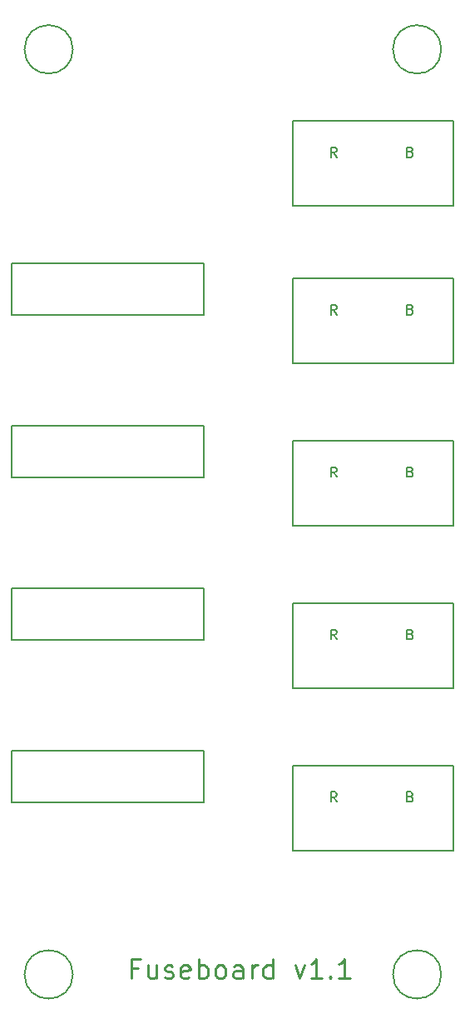
<source format=gbr>
G04 #@! TF.GenerationSoftware,KiCad,Pcbnew,5.1.5-52549c5~84~ubuntu18.04.1*
G04 #@! TF.CreationDate,2020-02-24T22:59:15-07:00*
G04 #@! TF.ProjectId,anderson_fuse_board,616e6465-7273-46f6-9e5f-667573655f62,rev?*
G04 #@! TF.SameCoordinates,Original*
G04 #@! TF.FileFunction,Legend,Top*
G04 #@! TF.FilePolarity,Positive*
%FSLAX46Y46*%
G04 Gerber Fmt 4.6, Leading zero omitted, Abs format (unit mm)*
G04 Created by KiCad (PCBNEW 5.1.5-52549c5~84~ubuntu18.04.1) date 2020-02-24 22:59:15*
%MOMM*%
%LPD*%
G04 APERTURE LIST*
%ADD10C,0.250000*%
%ADD11C,0.150000*%
%ADD12C,0.200000*%
G04 APERTURE END LIST*
D10*
X88071428Y-153357142D02*
X87404761Y-153357142D01*
X87404761Y-154404761D02*
X87404761Y-152404761D01*
X88357142Y-152404761D01*
X89976190Y-153071428D02*
X89976190Y-154404761D01*
X89119047Y-153071428D02*
X89119047Y-154119047D01*
X89214285Y-154309523D01*
X89404761Y-154404761D01*
X89690476Y-154404761D01*
X89880952Y-154309523D01*
X89976190Y-154214285D01*
X90833333Y-154309523D02*
X91023809Y-154404761D01*
X91404761Y-154404761D01*
X91595238Y-154309523D01*
X91690476Y-154119047D01*
X91690476Y-154023809D01*
X91595238Y-153833333D01*
X91404761Y-153738095D01*
X91119047Y-153738095D01*
X90928571Y-153642857D01*
X90833333Y-153452380D01*
X90833333Y-153357142D01*
X90928571Y-153166666D01*
X91119047Y-153071428D01*
X91404761Y-153071428D01*
X91595238Y-153166666D01*
X93309523Y-154309523D02*
X93119047Y-154404761D01*
X92738095Y-154404761D01*
X92547619Y-154309523D01*
X92452380Y-154119047D01*
X92452380Y-153357142D01*
X92547619Y-153166666D01*
X92738095Y-153071428D01*
X93119047Y-153071428D01*
X93309523Y-153166666D01*
X93404761Y-153357142D01*
X93404761Y-153547619D01*
X92452380Y-153738095D01*
X94261904Y-154404761D02*
X94261904Y-152404761D01*
X94261904Y-153166666D02*
X94452380Y-153071428D01*
X94833333Y-153071428D01*
X95023809Y-153166666D01*
X95119047Y-153261904D01*
X95214285Y-153452380D01*
X95214285Y-154023809D01*
X95119047Y-154214285D01*
X95023809Y-154309523D01*
X94833333Y-154404761D01*
X94452380Y-154404761D01*
X94261904Y-154309523D01*
X96357142Y-154404761D02*
X96166666Y-154309523D01*
X96071428Y-154214285D01*
X95976190Y-154023809D01*
X95976190Y-153452380D01*
X96071428Y-153261904D01*
X96166666Y-153166666D01*
X96357142Y-153071428D01*
X96642857Y-153071428D01*
X96833333Y-153166666D01*
X96928571Y-153261904D01*
X97023809Y-153452380D01*
X97023809Y-154023809D01*
X96928571Y-154214285D01*
X96833333Y-154309523D01*
X96642857Y-154404761D01*
X96357142Y-154404761D01*
X98738095Y-154404761D02*
X98738095Y-153357142D01*
X98642857Y-153166666D01*
X98452380Y-153071428D01*
X98071428Y-153071428D01*
X97880952Y-153166666D01*
X98738095Y-154309523D02*
X98547619Y-154404761D01*
X98071428Y-154404761D01*
X97880952Y-154309523D01*
X97785714Y-154119047D01*
X97785714Y-153928571D01*
X97880952Y-153738095D01*
X98071428Y-153642857D01*
X98547619Y-153642857D01*
X98738095Y-153547619D01*
X99690476Y-154404761D02*
X99690476Y-153071428D01*
X99690476Y-153452380D02*
X99785714Y-153261904D01*
X99880952Y-153166666D01*
X100071428Y-153071428D01*
X100261904Y-153071428D01*
X101785714Y-154404761D02*
X101785714Y-152404761D01*
X101785714Y-154309523D02*
X101595238Y-154404761D01*
X101214285Y-154404761D01*
X101023809Y-154309523D01*
X100928571Y-154214285D01*
X100833333Y-154023809D01*
X100833333Y-153452380D01*
X100928571Y-153261904D01*
X101023809Y-153166666D01*
X101214285Y-153071428D01*
X101595238Y-153071428D01*
X101785714Y-153166666D01*
X104071428Y-153071428D02*
X104547619Y-154404761D01*
X105023809Y-153071428D01*
X106833333Y-154404761D02*
X105690476Y-154404761D01*
X106261904Y-154404761D02*
X106261904Y-152404761D01*
X106071428Y-152690476D01*
X105880952Y-152880952D01*
X105690476Y-152976190D01*
X107690476Y-154214285D02*
X107785714Y-154309523D01*
X107690476Y-154404761D01*
X107595238Y-154309523D01*
X107690476Y-154214285D01*
X107690476Y-154404761D01*
X109690476Y-154404761D02*
X108547619Y-154404761D01*
X109119047Y-154404761D02*
X109119047Y-152404761D01*
X108928571Y-152690476D01*
X108738095Y-152880952D01*
X108547619Y-152976190D01*
D11*
X103850000Y-132800000D02*
X120150000Y-132800000D01*
X103850000Y-141400000D02*
X103850000Y-132800000D01*
X120150000Y-141400000D02*
X103850000Y-141400000D01*
X120150000Y-132800000D02*
X120150000Y-141400000D01*
X103850000Y-116300000D02*
X120150000Y-116300000D01*
X103850000Y-124900000D02*
X103850000Y-116300000D01*
X120150000Y-124900000D02*
X103850000Y-124900000D01*
X120150000Y-116300000D02*
X120150000Y-124900000D01*
X103850000Y-99800000D02*
X120150000Y-99800000D01*
X103850000Y-108400000D02*
X103850000Y-99800000D01*
X120150000Y-108400000D02*
X103850000Y-108400000D01*
X120150000Y-99800000D02*
X120150000Y-108400000D01*
X103850000Y-83300000D02*
X120150000Y-83300000D01*
X103850000Y-91900000D02*
X103850000Y-83300000D01*
X120150000Y-91900000D02*
X103850000Y-91900000D01*
X120150000Y-83300000D02*
X120150000Y-91900000D01*
X103850000Y-67300000D02*
X120150000Y-67300000D01*
X103850000Y-75900000D02*
X103850000Y-67300000D01*
X120150000Y-75900000D02*
X103850000Y-75900000D01*
X120150000Y-67300000D02*
X120150000Y-75900000D01*
X75250000Y-136530000D02*
X94750000Y-136530000D01*
X75250000Y-136530000D02*
X75250000Y-131280000D01*
X75250000Y-131280000D02*
X94750000Y-131280000D01*
X94750000Y-131280000D02*
X94750000Y-136530000D01*
X75250000Y-120020000D02*
X94750000Y-120020000D01*
X75250000Y-120020000D02*
X75250000Y-114770000D01*
X75250000Y-114770000D02*
X94750000Y-114770000D01*
X94750000Y-114770000D02*
X94750000Y-120020000D01*
X75250000Y-103510000D02*
X94750000Y-103510000D01*
X75250000Y-103510000D02*
X75250000Y-98260000D01*
X75250000Y-98260000D02*
X94750000Y-98260000D01*
X94750000Y-98260000D02*
X94750000Y-103510000D01*
X75250000Y-87000000D02*
X94750000Y-87000000D01*
X75250000Y-87000000D02*
X75250000Y-81750000D01*
X75250000Y-81750000D02*
X94750000Y-81750000D01*
X94750000Y-81750000D02*
X94750000Y-87000000D01*
D12*
X81462214Y-154000000D02*
G75*
G03X81462214Y-154000000I-2462214J0D01*
G01*
X81462214Y-60000000D02*
G75*
G03X81462214Y-60000000I-2462214J0D01*
G01*
X118962214Y-60000000D02*
G75*
G03X118962214Y-60000000I-2462214J0D01*
G01*
X118962214Y-154000000D02*
G75*
G03X118962214Y-154000000I-2462214J0D01*
G01*
D11*
X115821428Y-135928571D02*
X115964285Y-135976190D01*
X116011904Y-136023809D01*
X116059523Y-136119047D01*
X116059523Y-136261904D01*
X116011904Y-136357142D01*
X115964285Y-136404761D01*
X115869047Y-136452380D01*
X115488095Y-136452380D01*
X115488095Y-135452380D01*
X115821428Y-135452380D01*
X115916666Y-135500000D01*
X115964285Y-135547619D01*
X116011904Y-135642857D01*
X116011904Y-135738095D01*
X115964285Y-135833333D01*
X115916666Y-135880952D01*
X115821428Y-135928571D01*
X115488095Y-135928571D01*
X108309523Y-136452380D02*
X107976190Y-135976190D01*
X107738095Y-136452380D02*
X107738095Y-135452380D01*
X108119047Y-135452380D01*
X108214285Y-135500000D01*
X108261904Y-135547619D01*
X108309523Y-135642857D01*
X108309523Y-135785714D01*
X108261904Y-135880952D01*
X108214285Y-135928571D01*
X108119047Y-135976190D01*
X107738095Y-135976190D01*
X115821428Y-119428571D02*
X115964285Y-119476190D01*
X116011904Y-119523809D01*
X116059523Y-119619047D01*
X116059523Y-119761904D01*
X116011904Y-119857142D01*
X115964285Y-119904761D01*
X115869047Y-119952380D01*
X115488095Y-119952380D01*
X115488095Y-118952380D01*
X115821428Y-118952380D01*
X115916666Y-119000000D01*
X115964285Y-119047619D01*
X116011904Y-119142857D01*
X116011904Y-119238095D01*
X115964285Y-119333333D01*
X115916666Y-119380952D01*
X115821428Y-119428571D01*
X115488095Y-119428571D01*
X108309523Y-119952380D02*
X107976190Y-119476190D01*
X107738095Y-119952380D02*
X107738095Y-118952380D01*
X108119047Y-118952380D01*
X108214285Y-119000000D01*
X108261904Y-119047619D01*
X108309523Y-119142857D01*
X108309523Y-119285714D01*
X108261904Y-119380952D01*
X108214285Y-119428571D01*
X108119047Y-119476190D01*
X107738095Y-119476190D01*
X115821428Y-102928571D02*
X115964285Y-102976190D01*
X116011904Y-103023809D01*
X116059523Y-103119047D01*
X116059523Y-103261904D01*
X116011904Y-103357142D01*
X115964285Y-103404761D01*
X115869047Y-103452380D01*
X115488095Y-103452380D01*
X115488095Y-102452380D01*
X115821428Y-102452380D01*
X115916666Y-102500000D01*
X115964285Y-102547619D01*
X116011904Y-102642857D01*
X116011904Y-102738095D01*
X115964285Y-102833333D01*
X115916666Y-102880952D01*
X115821428Y-102928571D01*
X115488095Y-102928571D01*
X108309523Y-103452380D02*
X107976190Y-102976190D01*
X107738095Y-103452380D02*
X107738095Y-102452380D01*
X108119047Y-102452380D01*
X108214285Y-102500000D01*
X108261904Y-102547619D01*
X108309523Y-102642857D01*
X108309523Y-102785714D01*
X108261904Y-102880952D01*
X108214285Y-102928571D01*
X108119047Y-102976190D01*
X107738095Y-102976190D01*
X115821428Y-86428571D02*
X115964285Y-86476190D01*
X116011904Y-86523809D01*
X116059523Y-86619047D01*
X116059523Y-86761904D01*
X116011904Y-86857142D01*
X115964285Y-86904761D01*
X115869047Y-86952380D01*
X115488095Y-86952380D01*
X115488095Y-85952380D01*
X115821428Y-85952380D01*
X115916666Y-86000000D01*
X115964285Y-86047619D01*
X116011904Y-86142857D01*
X116011904Y-86238095D01*
X115964285Y-86333333D01*
X115916666Y-86380952D01*
X115821428Y-86428571D01*
X115488095Y-86428571D01*
X108309523Y-86952380D02*
X107976190Y-86476190D01*
X107738095Y-86952380D02*
X107738095Y-85952380D01*
X108119047Y-85952380D01*
X108214285Y-86000000D01*
X108261904Y-86047619D01*
X108309523Y-86142857D01*
X108309523Y-86285714D01*
X108261904Y-86380952D01*
X108214285Y-86428571D01*
X108119047Y-86476190D01*
X107738095Y-86476190D01*
X115821428Y-70428571D02*
X115964285Y-70476190D01*
X116011904Y-70523809D01*
X116059523Y-70619047D01*
X116059523Y-70761904D01*
X116011904Y-70857142D01*
X115964285Y-70904761D01*
X115869047Y-70952380D01*
X115488095Y-70952380D01*
X115488095Y-69952380D01*
X115821428Y-69952380D01*
X115916666Y-70000000D01*
X115964285Y-70047619D01*
X116011904Y-70142857D01*
X116011904Y-70238095D01*
X115964285Y-70333333D01*
X115916666Y-70380952D01*
X115821428Y-70428571D01*
X115488095Y-70428571D01*
X108309523Y-70952380D02*
X107976190Y-70476190D01*
X107738095Y-70952380D02*
X107738095Y-69952380D01*
X108119047Y-69952380D01*
X108214285Y-70000000D01*
X108261904Y-70047619D01*
X108309523Y-70142857D01*
X108309523Y-70285714D01*
X108261904Y-70380952D01*
X108214285Y-70428571D01*
X108119047Y-70476190D01*
X107738095Y-70476190D01*
M02*

</source>
